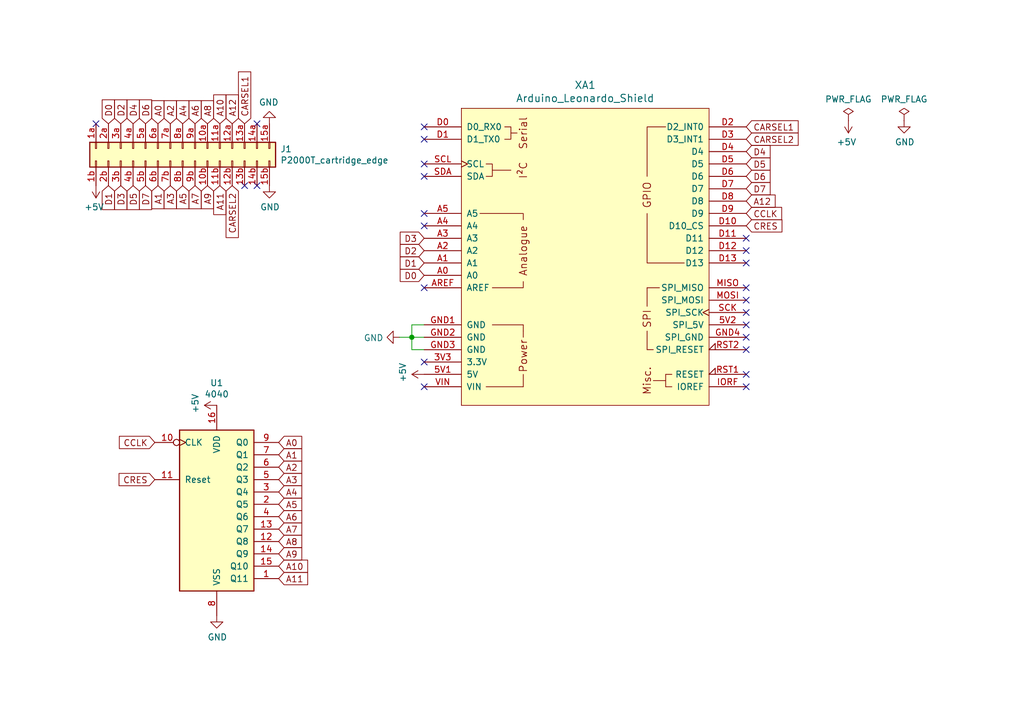
<source format=kicad_sch>
(kicad_sch (version 20211123) (generator eeschema)

  (uuid f81a1978-bbd1-4eb0-8264-48ec22d7a0b9)

  (paper "A5")

  (title_block
    (date "2023-02-20")
  )

  (lib_symbols
    (symbol "4xxx:4040" (pin_names (offset 1.016)) (in_bom yes) (on_board yes)
      (property "Reference" "U" (id 0) (at -7.62 16.51 0)
        (effects (font (size 1.27 1.27)))
      )
      (property "Value" "4040" (id 1) (at -7.62 -19.05 0)
        (effects (font (size 1.27 1.27)))
      )
      (property "Footprint" "" (id 2) (at 0 0 0)
        (effects (font (size 1.27 1.27)) hide)
      )
      (property "Datasheet" "http://www.intersil.com/content/dam/Intersil/documents/cd40/cd4020bms-24bms-40bms.pdf" (id 3) (at 0 0 0)
        (effects (font (size 1.27 1.27)) hide)
      )
      (property "ki_locked" "" (id 4) (at 0 0 0)
        (effects (font (size 1.27 1.27)))
      )
      (property "ki_keywords" "CMOS CNT CNT12" (id 5) (at 0 0 0)
        (effects (font (size 1.27 1.27)) hide)
      )
      (property "ki_description" "Binary Counter 12 stages (Asynchronous)" (id 6) (at 0 0 0)
        (effects (font (size 1.27 1.27)) hide)
      )
      (property "ki_fp_filters" "DIP?16*" (id 7) (at 0 0 0)
        (effects (font (size 1.27 1.27)) hide)
      )
      (symbol "4040_1_0"
        (pin output line (at 12.7 -15.24 180) (length 5.08)
          (name "Q11" (effects (font (size 1.27 1.27))))
          (number "1" (effects (font (size 1.27 1.27))))
        )
        (pin input inverted_clock (at -12.7 12.7 0) (length 5.08)
          (name "CLK" (effects (font (size 1.27 1.27))))
          (number "10" (effects (font (size 1.27 1.27))))
        )
        (pin input line (at -12.7 5.08 0) (length 5.08)
          (name "Reset" (effects (font (size 1.27 1.27))))
          (number "11" (effects (font (size 1.27 1.27))))
        )
        (pin output line (at 12.7 -7.62 180) (length 5.08)
          (name "Q8" (effects (font (size 1.27 1.27))))
          (number "12" (effects (font (size 1.27 1.27))))
        )
        (pin output line (at 12.7 -5.08 180) (length 5.08)
          (name "Q7" (effects (font (size 1.27 1.27))))
          (number "13" (effects (font (size 1.27 1.27))))
        )
        (pin output line (at 12.7 -10.16 180) (length 5.08)
          (name "Q9" (effects (font (size 1.27 1.27))))
          (number "14" (effects (font (size 1.27 1.27))))
        )
        (pin output line (at 12.7 -12.7 180) (length 5.08)
          (name "Q10" (effects (font (size 1.27 1.27))))
          (number "15" (effects (font (size 1.27 1.27))))
        )
        (pin power_in line (at 0 20.32 270) (length 5.08)
          (name "VDD" (effects (font (size 1.27 1.27))))
          (number "16" (effects (font (size 1.27 1.27))))
        )
        (pin output line (at 12.7 0 180) (length 5.08)
          (name "Q5" (effects (font (size 1.27 1.27))))
          (number "2" (effects (font (size 1.27 1.27))))
        )
        (pin output line (at 12.7 2.54 180) (length 5.08)
          (name "Q4" (effects (font (size 1.27 1.27))))
          (number "3" (effects (font (size 1.27 1.27))))
        )
        (pin output line (at 12.7 -2.54 180) (length 5.08)
          (name "Q6" (effects (font (size 1.27 1.27))))
          (number "4" (effects (font (size 1.27 1.27))))
        )
        (pin output line (at 12.7 5.08 180) (length 5.08)
          (name "Q3" (effects (font (size 1.27 1.27))))
          (number "5" (effects (font (size 1.27 1.27))))
        )
        (pin output line (at 12.7 7.62 180) (length 5.08)
          (name "Q2" (effects (font (size 1.27 1.27))))
          (number "6" (effects (font (size 1.27 1.27))))
        )
        (pin output line (at 12.7 10.16 180) (length 5.08)
          (name "Q1" (effects (font (size 1.27 1.27))))
          (number "7" (effects (font (size 1.27 1.27))))
        )
        (pin power_in line (at 0 -22.86 90) (length 5.08)
          (name "VSS" (effects (font (size 1.27 1.27))))
          (number "8" (effects (font (size 1.27 1.27))))
        )
        (pin output line (at 12.7 12.7 180) (length 5.08)
          (name "Q0" (effects (font (size 1.27 1.27))))
          (number "9" (effects (font (size 1.27 1.27))))
        )
      )
      (symbol "4040_1_1"
        (rectangle (start -7.62 15.24) (end 7.62 -17.78)
          (stroke (width 0.254) (type default) (color 0 0 0 0))
          (fill (type background))
        )
      )
    )
    (symbol "Connector_Generic:Conn_02x15_Row_Letter_Last" (pin_names (offset 1.016) hide) (in_bom yes) (on_board yes)
      (property "Reference" "J" (id 0) (at 1.27 20.32 0)
        (effects (font (size 1.27 1.27)))
      )
      (property "Value" "Conn_02x15_Row_Letter_Last" (id 1) (at 1.27 -20.32 0)
        (effects (font (size 1.27 1.27)))
      )
      (property "Footprint" "" (id 2) (at 0 0 0)
        (effects (font (size 1.27 1.27)) hide)
      )
      (property "Datasheet" "~" (id 3) (at 0 0 0)
        (effects (font (size 1.27 1.27)) hide)
      )
      (property "ki_keywords" "connector" (id 4) (at 0 0 0)
        (effects (font (size 1.27 1.27)) hide)
      )
      (property "ki_description" "Generic connector, double row, 02x15, row letter last pin numbering scheme (pin number consists of a letter for the row and a number for the pin index in this row. 1a, ..., Na; 1b, ..., Nb)), script generated (kicad-library-utils/schlib/autogen/connector/)" (id 5) (at 0 0 0)
        (effects (font (size 1.27 1.27)) hide)
      )
      (property "ki_fp_filters" "Connector*:*_2x??_*" (id 6) (at 0 0 0)
        (effects (font (size 1.27 1.27)) hide)
      )
      (symbol "Conn_02x15_Row_Letter_Last_1_1"
        (rectangle (start -1.27 -17.653) (end 0 -17.907)
          (stroke (width 0.1524) (type default) (color 0 0 0 0))
          (fill (type none))
        )
        (rectangle (start -1.27 -15.113) (end 0 -15.367)
          (stroke (width 0.1524) (type default) (color 0 0 0 0))
          (fill (type none))
        )
        (rectangle (start -1.27 -12.573) (end 0 -12.827)
          (stroke (width 0.1524) (type default) (color 0 0 0 0))
          (fill (type none))
        )
        (rectangle (start -1.27 -10.033) (end 0 -10.287)
          (stroke (width 0.1524) (type default) (color 0 0 0 0))
          (fill (type none))
        )
        (rectangle (start -1.27 -7.493) (end 0 -7.747)
          (stroke (width 0.1524) (type default) (color 0 0 0 0))
          (fill (type none))
        )
        (rectangle (start -1.27 -4.953) (end 0 -5.207)
          (stroke (width 0.1524) (type default) (color 0 0 0 0))
          (fill (type none))
        )
        (rectangle (start -1.27 -2.413) (end 0 -2.667)
          (stroke (width 0.1524) (type default) (color 0 0 0 0))
          (fill (type none))
        )
        (rectangle (start -1.27 0.127) (end 0 -0.127)
          (stroke (width 0.1524) (type default) (color 0 0 0 0))
          (fill (type none))
        )
        (rectangle (start -1.27 2.667) (end 0 2.413)
          (stroke (width 0.1524) (type default) (color 0 0 0 0))
          (fill (type none))
        )
        (rectangle (start -1.27 5.207) (end 0 4.953)
          (stroke (width 0.1524) (type default) (color 0 0 0 0))
          (fill (type none))
        )
        (rectangle (start -1.27 7.747) (end 0 7.493)
          (stroke (width 0.1524) (type default) (color 0 0 0 0))
          (fill (type none))
        )
        (rectangle (start -1.27 10.287) (end 0 10.033)
          (stroke (width 0.1524) (type default) (color 0 0 0 0))
          (fill (type none))
        )
        (rectangle (start -1.27 12.827) (end 0 12.573)
          (stroke (width 0.1524) (type default) (color 0 0 0 0))
          (fill (type none))
        )
        (rectangle (start -1.27 15.367) (end 0 15.113)
          (stroke (width 0.1524) (type default) (color 0 0 0 0))
          (fill (type none))
        )
        (rectangle (start -1.27 17.907) (end 0 17.653)
          (stroke (width 0.1524) (type default) (color 0 0 0 0))
          (fill (type none))
        )
        (rectangle (start -1.27 19.05) (end 3.81 -19.05)
          (stroke (width 0.254) (type default) (color 0 0 0 0))
          (fill (type background))
        )
        (rectangle (start 3.81 -17.653) (end 2.54 -17.907)
          (stroke (width 0.1524) (type default) (color 0 0 0 0))
          (fill (type none))
        )
        (rectangle (start 3.81 -15.113) (end 2.54 -15.367)
          (stroke (width 0.1524) (type default) (color 0 0 0 0))
          (fill (type none))
        )
        (rectangle (start 3.81 -12.573) (end 2.54 -12.827)
          (stroke (width 0.1524) (type default) (color 0 0 0 0))
          (fill (type none))
        )
        (rectangle (start 3.81 -10.033) (end 2.54 -10.287)
          (stroke (width 0.1524) (type default) (color 0 0 0 0))
          (fill (type none))
        )
        (rectangle (start 3.81 -7.493) (end 2.54 -7.747)
          (stroke (width 0.1524) (type default) (color 0 0 0 0))
          (fill (type none))
        )
        (rectangle (start 3.81 -4.953) (end 2.54 -5.207)
          (stroke (width 0.1524) (type default) (color 0 0 0 0))
          (fill (type none))
        )
        (rectangle (start 3.81 -2.413) (end 2.54 -2.667)
          (stroke (width 0.1524) (type default) (color 0 0 0 0))
          (fill (type none))
        )
        (rectangle (start 3.81 0.127) (end 2.54 -0.127)
          (stroke (width 0.1524) (type default) (color 0 0 0 0))
          (fill (type none))
        )
        (rectangle (start 3.81 2.667) (end 2.54 2.413)
          (stroke (width 0.1524) (type default) (color 0 0 0 0))
          (fill (type none))
        )
        (rectangle (start 3.81 5.207) (end 2.54 4.953)
          (stroke (width 0.1524) (type default) (color 0 0 0 0))
          (fill (type none))
        )
        (rectangle (start 3.81 7.747) (end 2.54 7.493)
          (stroke (width 0.1524) (type default) (color 0 0 0 0))
          (fill (type none))
        )
        (rectangle (start 3.81 10.287) (end 2.54 10.033)
          (stroke (width 0.1524) (type default) (color 0 0 0 0))
          (fill (type none))
        )
        (rectangle (start 3.81 12.827) (end 2.54 12.573)
          (stroke (width 0.1524) (type default) (color 0 0 0 0))
          (fill (type none))
        )
        (rectangle (start 3.81 15.367) (end 2.54 15.113)
          (stroke (width 0.1524) (type default) (color 0 0 0 0))
          (fill (type none))
        )
        (rectangle (start 3.81 17.907) (end 2.54 17.653)
          (stroke (width 0.1524) (type default) (color 0 0 0 0))
          (fill (type none))
        )
        (pin passive line (at -5.08 -5.08 0) (length 3.81)
          (name "Pin_10a" (effects (font (size 1.27 1.27))))
          (number "10a" (effects (font (size 1.27 1.27))))
        )
        (pin passive line (at 7.62 -5.08 180) (length 3.81)
          (name "Pin_10b" (effects (font (size 1.27 1.27))))
          (number "10b" (effects (font (size 1.27 1.27))))
        )
        (pin passive line (at -5.08 -7.62 0) (length 3.81)
          (name "Pin_11a" (effects (font (size 1.27 1.27))))
          (number "11a" (effects (font (size 1.27 1.27))))
        )
        (pin passive line (at 7.62 -7.62 180) (length 3.81)
          (name "Pin_11b" (effects (font (size 1.27 1.27))))
          (number "11b" (effects (font (size 1.27 1.27))))
        )
        (pin passive line (at -5.08 -10.16 0) (length 3.81)
          (name "Pin_12a" (effects (font (size 1.27 1.27))))
          (number "12a" (effects (font (size 1.27 1.27))))
        )
        (pin passive line (at 7.62 -10.16 180) (length 3.81)
          (name "Pin_12b" (effects (font (size 1.27 1.27))))
          (number "12b" (effects (font (size 1.27 1.27))))
        )
        (pin passive line (at -5.08 -12.7 0) (length 3.81)
          (name "Pin_13a" (effects (font (size 1.27 1.27))))
          (number "13a" (effects (font (size 1.27 1.27))))
        )
        (pin passive line (at 7.62 -12.7 180) (length 3.81)
          (name "Pin_13b" (effects (font (size 1.27 1.27))))
          (number "13b" (effects (font (size 1.27 1.27))))
        )
        (pin passive line (at -5.08 -15.24 0) (length 3.81)
          (name "Pin_14a" (effects (font (size 1.27 1.27))))
          (number "14a" (effects (font (size 1.27 1.27))))
        )
        (pin passive line (at 7.62 -15.24 180) (length 3.81)
          (name "Pin_14b" (effects (font (size 1.27 1.27))))
          (number "14b" (effects (font (size 1.27 1.27))))
        )
        (pin passive line (at -5.08 -17.78 0) (length 3.81)
          (name "Pin_15a" (effects (font (size 1.27 1.27))))
          (number "15a" (effects (font (size 1.27 1.27))))
        )
        (pin passive line (at 7.62 -17.78 180) (length 3.81)
          (name "Pin_15b" (effects (font (size 1.27 1.27))))
          (number "15b" (effects (font (size 1.27 1.27))))
        )
        (pin passive line (at -5.08 17.78 0) (length 3.81)
          (name "Pin_1a" (effects (font (size 1.27 1.27))))
          (number "1a" (effects (font (size 1.27 1.27))))
        )
        (pin passive line (at 7.62 17.78 180) (length 3.81)
          (name "Pin_1b" (effects (font (size 1.27 1.27))))
          (number "1b" (effects (font (size 1.27 1.27))))
        )
        (pin passive line (at -5.08 15.24 0) (length 3.81)
          (name "Pin_2a" (effects (font (size 1.27 1.27))))
          (number "2a" (effects (font (size 1.27 1.27))))
        )
        (pin passive line (at 7.62 15.24 180) (length 3.81)
          (name "Pin_2b" (effects (font (size 1.27 1.27))))
          (number "2b" (effects (font (size 1.27 1.27))))
        )
        (pin passive line (at -5.08 12.7 0) (length 3.81)
          (name "Pin_3a" (effects (font (size 1.27 1.27))))
          (number "3a" (effects (font (size 1.27 1.27))))
        )
        (pin passive line (at 7.62 12.7 180) (length 3.81)
          (name "Pin_3b" (effects (font (size 1.27 1.27))))
          (number "3b" (effects (font (size 1.27 1.27))))
        )
        (pin passive line (at -5.08 10.16 0) (length 3.81)
          (name "Pin_4a" (effects (font (size 1.27 1.27))))
          (number "4a" (effects (font (size 1.27 1.27))))
        )
        (pin passive line (at 7.62 10.16 180) (length 3.81)
          (name "Pin_4b" (effects (font (size 1.27 1.27))))
          (number "4b" (effects (font (size 1.27 1.27))))
        )
        (pin passive line (at -5.08 7.62 0) (length 3.81)
          (name "Pin_5a" (effects (font (size 1.27 1.27))))
          (number "5a" (effects (font (size 1.27 1.27))))
        )
        (pin passive line (at 7.62 7.62 180) (length 3.81)
          (name "Pin_5b" (effects (font (size 1.27 1.27))))
          (number "5b" (effects (font (size 1.27 1.27))))
        )
        (pin passive line (at -5.08 5.08 0) (length 3.81)
          (name "Pin_6a" (effects (font (size 1.27 1.27))))
          (number "6a" (effects (font (size 1.27 1.27))))
        )
        (pin passive line (at 7.62 5.08 180) (length 3.81)
          (name "Pin_6b" (effects (font (size 1.27 1.27))))
          (number "6b" (effects (font (size 1.27 1.27))))
        )
        (pin passive line (at -5.08 2.54 0) (length 3.81)
          (name "Pin_7a" (effects (font (size 1.27 1.27))))
          (number "7a" (effects (font (size 1.27 1.27))))
        )
        (pin passive line (at 7.62 2.54 180) (length 3.81)
          (name "Pin_7b" (effects (font (size 1.27 1.27))))
          (number "7b" (effects (font (size 1.27 1.27))))
        )
        (pin passive line (at -5.08 0 0) (length 3.81)
          (name "Pin_8a" (effects (font (size 1.27 1.27))))
          (number "8a" (effects (font (size 1.27 1.27))))
        )
        (pin passive line (at 7.62 0 180) (length 3.81)
          (name "Pin_8b" (effects (font (size 1.27 1.27))))
          (number "8b" (effects (font (size 1.27 1.27))))
        )
        (pin passive line (at -5.08 -2.54 0) (length 3.81)
          (name "Pin_9a" (effects (font (size 1.27 1.27))))
          (number "9a" (effects (font (size 1.27 1.27))))
        )
        (pin passive line (at 7.62 -2.54 180) (length 3.81)
          (name "Pin_9b" (effects (font (size 1.27 1.27))))
          (number "9b" (effects (font (size 1.27 1.27))))
        )
      )
    )
    (symbol "arduino:Arduino_Uno_Shield" (pin_names (offset 1.016)) (in_bom yes) (on_board yes)
      (property "Reference" "XA" (id 0) (at 2.54 0 90)
        (effects (font (size 1.524 1.524)))
      )
      (property "Value" "Arduino_Uno_Shield" (id 1) (at -2.54 0 90)
        (effects (font (size 1.524 1.524)))
      )
      (property "Footprint" "" (id 2) (at 45.72 95.25 0)
        (effects (font (size 1.524 1.524)) hide)
      )
      (property "Datasheet" "https://store.arduino.cc/arduino-uno-rev3" (id 3) (at 45.72 95.25 0)
        (effects (font (size 1.524 1.524)) hide)
      )
      (property "ki_keywords" "Arduino MPU Shield" (id 4) (at 0 0 0)
        (effects (font (size 1.27 1.27)) hide)
      )
      (property "ki_description" "Shield for Arduino Uno" (id 5) (at 0 0 0)
        (effects (font (size 1.27 1.27)) hide)
      )
      (property "ki_fp_filters" "Arduino_Uno_Shield" (id 6) (at 0 0 0)
        (effects (font (size 1.27 1.27)) hide)
      )
      (symbol "Arduino_Uno_Shield_0_0"
        (rectangle (start -25.4 30.48) (end 25.4 -30.48)
          (stroke (width 0) (type default) (color 0 0 0 0))
          (fill (type background))
        )
        (rectangle (start -20.32 -26.67) (end -12.7 -26.67)
          (stroke (width 0) (type default) (color 0 0 0 0))
          (fill (type none))
        )
        (rectangle (start -19.05 -13.97) (end -12.7 -13.97)
          (stroke (width 0) (type default) (color 0 0 0 0))
          (fill (type none))
        )
        (polyline
          (pts
            (xy -19.05 17.78)
            (xy -15.24 17.78)
          )
          (stroke (width 0) (type default) (color 0 0 0 0))
          (fill (type none))
        )
        (polyline
          (pts
            (xy -15.24 25.4)
            (xy -13.97 25.4)
          )
          (stroke (width 0) (type default) (color 0 0 0 0))
          (fill (type none))
        )
        (polyline
          (pts
            (xy -12.7 -26.67)
            (xy -12.7 -24.13)
          )
          (stroke (width 0) (type default) (color 0 0 0 0))
          (fill (type none))
        )
        (polyline
          (pts
            (xy -12.7 -15.24)
            (xy -12.7 -16.51)
          )
          (stroke (width 0) (type default) (color 0 0 0 0))
          (fill (type none))
        )
        (polyline
          (pts
            (xy -12.7 -13.97)
            (xy -12.7 -15.24)
          )
          (stroke (width 0) (type default) (color 0 0 0 0))
          (fill (type none))
        )
        (polyline
          (pts
            (xy -12.7 -5.08)
            (xy -12.7 -6.35)
            (xy -19.05 -6.35)
          )
          (stroke (width 0) (type default) (color 0 0 0 0))
          (fill (type none))
        )
        (polyline
          (pts
            (xy -12.7 7.62)
            (xy -12.7 8.89)
            (xy -21.59 8.89)
          )
          (stroke (width 0) (type default) (color 0 0 0 0))
          (fill (type none))
        )
        (polyline
          (pts
            (xy 12.7 8.89)
            (xy 12.7 -1.27)
            (xy 20.32 -1.27)
          )
          (stroke (width 0) (type default) (color 0 0 0 0))
          (fill (type none))
        )
        (polyline
          (pts
            (xy 12.7 16.51)
            (xy 12.7 26.67)
            (xy 16.51 26.67)
          )
          (stroke (width 0) (type default) (color 0 0 0 0))
          (fill (type none))
        )
        (polyline
          (pts
            (xy -20.32 19.05)
            (xy -19.05 19.05)
            (xy -19.05 16.51)
            (xy -20.32 16.51)
          )
          (stroke (width 0) (type default) (color 0 0 0 0))
          (fill (type none))
        )
        (polyline
          (pts
            (xy -16.51 26.67)
            (xy -15.24 26.67)
            (xy -15.24 24.13)
            (xy -16.51 24.13)
          )
          (stroke (width 0) (type default) (color 0 0 0 0))
          (fill (type none))
        )
        (rectangle (start 12.7 -19.05) (end 12.7 -15.24)
          (stroke (width 0) (type default) (color 0 0 0 0))
          (fill (type none))
        )
        (rectangle (start 12.7 -10.16) (end 12.7 -6.35)
          (stroke (width 0) (type default) (color 0 0 0 0))
          (fill (type none))
        )
        (rectangle (start 13.97 -19.05) (end 12.7 -19.05)
          (stroke (width 0) (type default) (color 0 0 0 0))
          (fill (type none))
        )
        (rectangle (start 15.24 -6.35) (end 12.7 -6.35)
          (stroke (width 0) (type default) (color 0 0 0 0))
          (fill (type none))
        )
        (rectangle (start 16.51 -25.4) (end 13.97 -25.4)
          (stroke (width 0) (type default) (color 0 0 0 0))
          (fill (type none))
        )
        (rectangle (start 16.51 -24.13) (end 16.51 -26.67)
          (stroke (width 0) (type default) (color 0 0 0 0))
          (fill (type none))
        )
        (rectangle (start 17.78 -26.67) (end 16.51 -26.67)
          (stroke (width 0) (type default) (color 0 0 0 0))
          (fill (type none))
        )
        (rectangle (start 17.78 -24.13) (end 16.51 -24.13)
          (stroke (width 0) (type default) (color 0 0 0 0))
          (fill (type none))
        )
        (text "Analogue" (at -12.7 1.27 900)
          (effects (font (size 1.524 1.524)))
        )
        (text "I²C" (at -12.7 17.78 900)
          (effects (font (size 1.524 1.524)))
        )
        (text "Misc." (at 12.7 -25.4 900)
          (effects (font (size 1.524 1.524)))
        )
        (text "Power" (at -12.7 -20.32 900)
          (effects (font (size 1.524 1.524)))
        )
        (text "Serial" (at -12.7 25.4 900)
          (effects (font (size 1.524 1.524)))
        )
        (text "SPI" (at 12.7 -12.7 900)
          (effects (font (size 1.524 1.524)))
        )
      )
      (symbol "Arduino_Uno_Shield_1_0"
        (text "GPIO" (at 12.7 12.7 900)
          (effects (font (size 1.524 1.524)))
        )
      )
      (symbol "Arduino_Uno_Shield_1_1"
        (pin power_in line (at -33.02 -21.59 0) (length 7.62)
          (name "3.3V" (effects (font (size 1.27 1.27))))
          (number "3V3" (effects (font (size 1.27 1.27))))
        )
        (pin power_in line (at -33.02 -24.13 0) (length 7.62)
          (name "5V" (effects (font (size 1.27 1.27))))
          (number "5V1" (effects (font (size 1.27 1.27))))
        )
        (pin power_in line (at 33.02 -13.97 180) (length 7.62)
          (name "SPI_5V" (effects (font (size 1.27 1.27))))
          (number "5V2" (effects (font (size 1.27 1.27))))
        )
        (pin bidirectional line (at -33.02 -3.81 0) (length 7.62)
          (name "A0" (effects (font (size 1.27 1.27))))
          (number "A0" (effects (font (size 1.27 1.27))))
        )
        (pin bidirectional line (at -33.02 -1.27 0) (length 7.62)
          (name "A1" (effects (font (size 1.27 1.27))))
          (number "A1" (effects (font (size 1.27 1.27))))
        )
        (pin bidirectional line (at -33.02 1.27 0) (length 7.62)
          (name "A2" (effects (font (size 1.27 1.27))))
          (number "A2" (effects (font (size 1.27 1.27))))
        )
        (pin bidirectional line (at -33.02 3.81 0) (length 7.62)
          (name "A3" (effects (font (size 1.27 1.27))))
          (number "A3" (effects (font (size 1.27 1.27))))
        )
        (pin bidirectional line (at -33.02 6.35 0) (length 7.62)
          (name "A4" (effects (font (size 1.27 1.27))))
          (number "A4" (effects (font (size 1.27 1.27))))
        )
        (pin bidirectional line (at -33.02 8.89 0) (length 7.62)
          (name "A5" (effects (font (size 1.27 1.27))))
          (number "A5" (effects (font (size 1.27 1.27))))
        )
        (pin input line (at -33.02 -6.35 0) (length 7.62)
          (name "AREF" (effects (font (size 1.27 1.27))))
          (number "AREF" (effects (font (size 1.27 1.27))))
        )
        (pin bidirectional line (at -33.02 26.67 0) (length 7.62)
          (name "D0_RX0" (effects (font (size 1.27 1.27))))
          (number "D0" (effects (font (size 1.27 1.27))))
        )
        (pin bidirectional line (at -33.02 24.13 0) (length 7.62)
          (name "D1_TX0" (effects (font (size 1.27 1.27))))
          (number "D1" (effects (font (size 1.27 1.27))))
        )
        (pin bidirectional line (at 33.02 6.35 180) (length 7.62)
          (name "D10_CS" (effects (font (size 1.27 1.27))))
          (number "D10" (effects (font (size 1.27 1.27))))
        )
        (pin bidirectional line (at 33.02 3.81 180) (length 7.62)
          (name "D11" (effects (font (size 1.27 1.27))))
          (number "D11" (effects (font (size 1.27 1.27))))
        )
        (pin bidirectional line (at 33.02 1.27 180) (length 7.62)
          (name "D12" (effects (font (size 1.27 1.27))))
          (number "D12" (effects (font (size 1.27 1.27))))
        )
        (pin bidirectional line (at 33.02 -1.27 180) (length 7.62)
          (name "D13" (effects (font (size 1.27 1.27))))
          (number "D13" (effects (font (size 1.27 1.27))))
        )
        (pin bidirectional line (at 33.02 26.67 180) (length 7.62)
          (name "D2_INT0" (effects (font (size 1.27 1.27))))
          (number "D2" (effects (font (size 1.27 1.27))))
        )
        (pin bidirectional line (at 33.02 24.13 180) (length 7.62)
          (name "D3_INT1" (effects (font (size 1.27 1.27))))
          (number "D3" (effects (font (size 1.27 1.27))))
        )
        (pin bidirectional line (at 33.02 21.59 180) (length 7.62)
          (name "D4" (effects (font (size 1.27 1.27))))
          (number "D4" (effects (font (size 1.27 1.27))))
        )
        (pin bidirectional line (at 33.02 19.05 180) (length 7.62)
          (name "D5" (effects (font (size 1.27 1.27))))
          (number "D5" (effects (font (size 1.27 1.27))))
        )
        (pin bidirectional line (at 33.02 16.51 180) (length 7.62)
          (name "D6" (effects (font (size 1.27 1.27))))
          (number "D6" (effects (font (size 1.27 1.27))))
        )
        (pin bidirectional line (at 33.02 13.97 180) (length 7.62)
          (name "D7" (effects (font (size 1.27 1.27))))
          (number "D7" (effects (font (size 1.27 1.27))))
        )
        (pin bidirectional line (at 33.02 11.43 180) (length 7.62)
          (name "D8" (effects (font (size 1.27 1.27))))
          (number "D8" (effects (font (size 1.27 1.27))))
        )
        (pin bidirectional line (at 33.02 8.89 180) (length 7.62)
          (name "D9" (effects (font (size 1.27 1.27))))
          (number "D9" (effects (font (size 1.27 1.27))))
        )
        (pin power_in line (at -33.02 -13.97 0) (length 7.62)
          (name "GND" (effects (font (size 1.27 1.27))))
          (number "GND1" (effects (font (size 1.27 1.27))))
        )
        (pin power_in line (at -33.02 -16.51 0) (length 7.62)
          (name "GND" (effects (font (size 1.27 1.27))))
          (number "GND2" (effects (font (size 1.27 1.27))))
        )
        (pin power_in line (at -33.02 -19.05 0) (length 7.62)
          (name "GND" (effects (font (size 1.27 1.27))))
          (number "GND3" (effects (font (size 1.27 1.27))))
        )
        (pin power_in line (at 33.02 -16.51 180) (length 7.62)
          (name "SPI_GND" (effects (font (size 1.27 1.27))))
          (number "GND4" (effects (font (size 1.27 1.27))))
        )
        (pin output line (at 33.02 -26.67 180) (length 7.62)
          (name "IOREF" (effects (font (size 1.27 1.27))))
          (number "IORF" (effects (font (size 1.27 1.27))))
        )
        (pin input line (at 33.02 -6.35 180) (length 7.62)
          (name "SPI_MISO" (effects (font (size 1.27 1.27))))
          (number "MISO" (effects (font (size 1.27 1.27))))
        )
        (pin output line (at 33.02 -8.89 180) (length 7.62)
          (name "SPI_MOSI" (effects (font (size 1.27 1.27))))
          (number "MOSI" (effects (font (size 1.27 1.27))))
        )
        (pin open_collector input_low (at 33.02 -24.13 180) (length 7.62)
          (name "RESET" (effects (font (size 1.27 1.27))))
          (number "RST1" (effects (font (size 1.27 1.27))))
        )
        (pin open_collector input_low (at 33.02 -19.05 180) (length 7.62)
          (name "SPI_RESET" (effects (font (size 1.27 1.27))))
          (number "RST2" (effects (font (size 1.27 1.27))))
        )
        (pin output clock (at 33.02 -11.43 180) (length 7.62)
          (name "SPI_SCK" (effects (font (size 1.27 1.27))))
          (number "SCK" (effects (font (size 1.27 1.27))))
        )
        (pin bidirectional clock (at -33.02 19.05 0) (length 7.62)
          (name "SCL" (effects (font (size 1.27 1.27))))
          (number "SCL" (effects (font (size 1.27 1.27))))
        )
        (pin bidirectional line (at -33.02 16.51 0) (length 7.62)
          (name "SDA" (effects (font (size 1.27 1.27))))
          (number "SDA" (effects (font (size 1.27 1.27))))
        )
        (pin power_in line (at -33.02 -26.67 0) (length 7.62)
          (name "VIN" (effects (font (size 1.27 1.27))))
          (number "VIN" (effects (font (size 1.27 1.27))))
        )
      )
    )
    (symbol "power:+5V" (power) (pin_names (offset 0)) (in_bom yes) (on_board yes)
      (property "Reference" "#PWR" (id 0) (at 0 -3.81 0)
        (effects (font (size 1.27 1.27)) hide)
      )
      (property "Value" "+5V" (id 1) (at 0 3.556 0)
        (effects (font (size 1.27 1.27)))
      )
      (property "Footprint" "" (id 2) (at 0 0 0)
        (effects (font (size 1.27 1.27)) hide)
      )
      (property "Datasheet" "" (id 3) (at 0 0 0)
        (effects (font (size 1.27 1.27)) hide)
      )
      (property "ki_keywords" "power-flag" (id 4) (at 0 0 0)
        (effects (font (size 1.27 1.27)) hide)
      )
      (property "ki_description" "Power symbol creates a global label with name \"+5V\"" (id 5) (at 0 0 0)
        (effects (font (size 1.27 1.27)) hide)
      )
      (symbol "+5V_0_1"
        (polyline
          (pts
            (xy -0.762 1.27)
            (xy 0 2.54)
          )
          (stroke (width 0) (type default) (color 0 0 0 0))
          (fill (type none))
        )
        (polyline
          (pts
            (xy 0 0)
            (xy 0 2.54)
          )
          (stroke (width 0) (type default) (color 0 0 0 0))
          (fill (type none))
        )
        (polyline
          (pts
            (xy 0 2.54)
            (xy 0.762 1.27)
          )
          (stroke (width 0) (type default) (color 0 0 0 0))
          (fill (type none))
        )
      )
      (symbol "+5V_1_1"
        (pin power_in line (at 0 0 90) (length 0) hide
          (name "+5V" (effects (font (size 1.27 1.27))))
          (number "1" (effects (font (size 1.27 1.27))))
        )
      )
    )
    (symbol "power:GND" (power) (pin_names (offset 0)) (in_bom yes) (on_board yes)
      (property "Reference" "#PWR" (id 0) (at 0 -6.35 0)
        (effects (font (size 1.27 1.27)) hide)
      )
      (property "Value" "GND" (id 1) (at 0 -3.81 0)
        (effects (font (size 1.27 1.27)))
      )
      (property "Footprint" "" (id 2) (at 0 0 0)
        (effects (font (size 1.27 1.27)) hide)
      )
      (property "Datasheet" "" (id 3) (at 0 0 0)
        (effects (font (size 1.27 1.27)) hide)
      )
      (property "ki_keywords" "power-flag" (id 4) (at 0 0 0)
        (effects (font (size 1.27 1.27)) hide)
      )
      (property "ki_description" "Power symbol creates a global label with name \"GND\" , ground" (id 5) (at 0 0 0)
        (effects (font (size 1.27 1.27)) hide)
      )
      (symbol "GND_0_1"
        (polyline
          (pts
            (xy 0 0)
            (xy 0 -1.27)
            (xy 1.27 -1.27)
            (xy 0 -2.54)
            (xy -1.27 -1.27)
            (xy 0 -1.27)
          )
          (stroke (width 0) (type default) (color 0 0 0 0))
          (fill (type none))
        )
      )
      (symbol "GND_1_1"
        (pin power_in line (at 0 0 270) (length 0) hide
          (name "GND" (effects (font (size 1.27 1.27))))
          (number "1" (effects (font (size 1.27 1.27))))
        )
      )
    )
    (symbol "power:PWR_FLAG" (power) (pin_numbers hide) (pin_names (offset 0) hide) (in_bom yes) (on_board yes)
      (property "Reference" "#FLG" (id 0) (at 0 1.905 0)
        (effects (font (size 1.27 1.27)) hide)
      )
      (property "Value" "PWR_FLAG" (id 1) (at 0 3.81 0)
        (effects (font (size 1.27 1.27)))
      )
      (property "Footprint" "" (id 2) (at 0 0 0)
        (effects (font (size 1.27 1.27)) hide)
      )
      (property "Datasheet" "~" (id 3) (at 0 0 0)
        (effects (font (size 1.27 1.27)) hide)
      )
      (property "ki_keywords" "power-flag" (id 4) (at 0 0 0)
        (effects (font (size 1.27 1.27)) hide)
      )
      (property "ki_description" "Special symbol for telling ERC where power comes from" (id 5) (at 0 0 0)
        (effects (font (size 1.27 1.27)) hide)
      )
      (symbol "PWR_FLAG_0_0"
        (pin power_out line (at 0 0 90) (length 0)
          (name "pwr" (effects (font (size 1.27 1.27))))
          (number "1" (effects (font (size 1.27 1.27))))
        )
      )
      (symbol "PWR_FLAG_0_1"
        (polyline
          (pts
            (xy 0 0)
            (xy 0 1.27)
            (xy -1.016 1.905)
            (xy 0 2.54)
            (xy 1.016 1.905)
            (xy 0 1.27)
          )
          (stroke (width 0) (type default) (color 0 0 0 0))
          (fill (type none))
        )
      )
    )
  )

  (junction (at 84.455 69.215) (diameter 0) (color 0 0 0 0)
    (uuid 2ce54441-4e4e-4fcb-911f-80a9469760f9)
  )

  (no_connect (at 50.165 38.1) (uuid 01449252-3e78-4ea6-a67c-a667d1ea476d))
  (no_connect (at 153.035 69.215) (uuid 0144dcad-8be3-402d-801f-7df4e40dfd5f))
  (no_connect (at 86.995 33.655) (uuid 019a1738-bd31-4dd7-b688-33f8444e8319))
  (no_connect (at 86.995 26.035) (uuid 16278da2-06f4-4133-84c8-5dd1147995c3))
  (no_connect (at 86.995 46.355) (uuid 1cf703c1-50fb-43d4-a1ef-b94b59e1f7fa))
  (no_connect (at 153.035 71.755) (uuid 200a8f92-f43a-44cd-a5ef-83a5f5dc0bd4))
  (no_connect (at 153.035 76.835) (uuid 20d4bd1b-3382-4b6a-bf05-a2b86f1f5db3))
  (no_connect (at 153.035 48.895) (uuid 2a2736ea-2378-4663-8d55-44c0e9c033e9))
  (no_connect (at 52.705 25.4) (uuid 3bf392e1-99bb-4a79-8860-aa3ef880afbc))
  (no_connect (at 153.035 66.675) (uuid 4d2d35ea-0d8c-424c-8845-d9ae5b1565c0))
  (no_connect (at 86.995 59.055) (uuid 50e11f52-c47c-4556-b8ce-2bdc8c72915c))
  (no_connect (at 86.995 79.375) (uuid 65007add-dba4-4b0a-a580-52aa32192ac8))
  (no_connect (at 153.035 59.055) (uuid 67fe5378-a5bd-4f32-a006-cc3797a5cc8e))
  (no_connect (at 153.035 79.375) (uuid 6b24acd1-2350-4a8f-9dff-c562758cba8b))
  (no_connect (at 153.035 61.595) (uuid 799f64ea-eceb-4c58-a1f9-9acbf95d4a73))
  (no_connect (at 153.035 53.975) (uuid 8976e8ef-7db5-4164-b5b5-faafe2c0d752))
  (no_connect (at 153.035 51.435) (uuid 9070f398-d3cb-4332-87d3-f9caceab3198))
  (no_connect (at 19.685 25.4) (uuid 94ceed07-e70c-4e21-81da-4e062c777b4f))
  (no_connect (at 52.705 38.1) (uuid a5ec2326-f631-4f39-b44d-28f355300186))
  (no_connect (at 86.995 74.295) (uuid c0173095-41c5-48de-b3f1-ec5db53c85a2))
  (no_connect (at 86.995 36.195) (uuid c2f0b7e0-8ccc-48fd-8b27-45fde411c505))
  (no_connect (at 86.995 28.575) (uuid c45db0c9-44e7-4932-9404-32c690e7f3b8))
  (no_connect (at 86.995 43.815) (uuid f93f303b-4521-4b6e-843f-603f159f4875))
  (no_connect (at 153.035 64.135) (uuid fb907286-5d62-441a-b2a7-7aa6c9e316a5))

  (wire (pts (xy 84.455 69.215) (xy 84.455 66.675))
    (stroke (width 0) (type default) (color 0 0 0 0))
    (uuid 04fed219-4530-47c5-9c02-f996c00a4482)
  )
  (wire (pts (xy 84.455 71.755) (xy 84.455 69.215))
    (stroke (width 0) (type default) (color 0 0 0 0))
    (uuid 15ed7a9b-2388-4dff-9540-9670c9a302d9)
  )
  (wire (pts (xy 81.915 69.215) (xy 84.455 69.215))
    (stroke (width 0) (type default) (color 0 0 0 0))
    (uuid 454edf24-45a6-4af5-b316-f8df571ce0b2)
  )
  (wire (pts (xy 84.455 66.675) (xy 86.995 66.675))
    (stroke (width 0) (type default) (color 0 0 0 0))
    (uuid a5920360-038d-4317-aba5-e8b7c0aa1c99)
  )
  (wire (pts (xy 86.995 71.755) (xy 84.455 71.755))
    (stroke (width 0) (type default) (color 0 0 0 0))
    (uuid af6e1cb4-2808-4b78-bb9c-785a2326ea8d)
  )
  (wire (pts (xy 86.995 69.215) (xy 84.455 69.215))
    (stroke (width 0) (type default) (color 0 0 0 0))
    (uuid cb15ed6f-3036-44cb-a1ef-830921afaccd)
  )

  (global_label "D3" (shape input) (at 24.765 38.1 270) (fields_autoplaced)
    (effects (font (size 1.27 1.27)) (justify right))
    (uuid 03fbe8b1-704d-4f4d-b047-451a9014f950)
    (property "Intersheet References" "${INTERSHEET_REFS}" (id 0) (at -38.735 -10.16 0)
      (effects (font (size 1.27 1.27)) hide)
    )
  )
  (global_label "A1" (shape input) (at 32.385 38.1 270) (fields_autoplaced)
    (effects (font (size 1.27 1.27)) (justify right))
    (uuid 0c474eb6-bbc8-4914-9715-e676f6fcf4b1)
    (property "Intersheet References" "${INTERSHEET_REFS}" (id 0) (at -38.735 -10.16 0)
      (effects (font (size 1.27 1.27)) hide)
    )
  )
  (global_label "D5" (shape input) (at 153.035 33.655 0) (fields_autoplaced)
    (effects (font (size 1.27 1.27)) (justify left))
    (uuid 0e242981-8173-435d-aa29-0db47d0acd0f)
    (property "Intersheet References" "${INTERSHEET_REFS}" (id 0) (at 42.545 -56.515 0)
      (effects (font (size 1.27 1.27)) hide)
    )
  )
  (global_label "A2" (shape input) (at 34.925 25.4 90) (fields_autoplaced)
    (effects (font (size 1.27 1.27)) (justify left))
    (uuid 0ea2738a-1067-462d-80d7-701a5d900122)
    (property "Intersheet References" "${INTERSHEET_REFS}" (id 0) (at -38.735 -10.16 0)
      (effects (font (size 1.27 1.27)) hide)
    )
  )
  (global_label "A3" (shape input) (at 57.15 98.425 0) (fields_autoplaced)
    (effects (font (size 1.27 1.27)) (justify left))
    (uuid 16ae62a7-4491-4836-b1d9-687b787f94f3)
    (property "Intersheet References" "${INTERSHEET_REFS}" (id 0) (at -115.57 -3.175 0)
      (effects (font (size 1.27 1.27)) hide)
    )
  )
  (global_label "D6" (shape input) (at 153.035 36.195 0) (fields_autoplaced)
    (effects (font (size 1.27 1.27)) (justify left))
    (uuid 16ce12cf-d5c8-4b1b-b7ae-38c3a9312fe3)
    (property "Intersheet References" "${INTERSHEET_REFS}" (id 0) (at 42.545 -56.515 0)
      (effects (font (size 1.27 1.27)) hide)
    )
  )
  (global_label "CCLK" (shape input) (at 31.75 90.805 180) (fields_autoplaced)
    (effects (font (size 1.27 1.27)) (justify right))
    (uuid 194cd9be-625c-48ce-a1b6-0ad132418ecc)
    (property "Intersheet References" "${INTERSHEET_REFS}" (id 0) (at -115.57 -3.175 0)
      (effects (font (size 1.27 1.27)) hide)
    )
  )
  (global_label "D5" (shape input) (at 27.305 38.1 270) (fields_autoplaced)
    (effects (font (size 1.27 1.27)) (justify right))
    (uuid 1d2541f2-f227-412c-af0d-28f3a1f7ca1b)
    (property "Intersheet References" "${INTERSHEET_REFS}" (id 0) (at -38.735 -10.16 0)
      (effects (font (size 1.27 1.27)) hide)
    )
  )
  (global_label "A7" (shape input) (at 40.005 38.1 270) (fields_autoplaced)
    (effects (font (size 1.27 1.27)) (justify right))
    (uuid 205c2f2e-2ce2-4287-a298-f0d9a4e46a28)
    (property "Intersheet References" "${INTERSHEET_REFS}" (id 0) (at -38.735 -10.16 0)
      (effects (font (size 1.27 1.27)) hide)
    )
  )
  (global_label "A12" (shape input) (at 153.035 41.275 0) (fields_autoplaced)
    (effects (font (size 1.27 1.27)) (justify left))
    (uuid 2077b0a5-72a6-4827-ba28-703f51324ca8)
    (property "Intersheet References" "${INTERSHEET_REFS}" (id 0) (at 42.545 -56.515 0)
      (effects (font (size 1.27 1.27)) hide)
    )
  )
  (global_label "D2" (shape input) (at 24.765 25.4 90) (fields_autoplaced)
    (effects (font (size 1.27 1.27)) (justify left))
    (uuid 208e344b-9331-4752-9dbe-24b6690b8d21)
    (property "Intersheet References" "${INTERSHEET_REFS}" (id 0) (at -38.735 -10.16 0)
      (effects (font (size 1.27 1.27)) hide)
    )
  )
  (global_label "A5" (shape input) (at 57.15 103.505 0) (fields_autoplaced)
    (effects (font (size 1.27 1.27)) (justify left))
    (uuid 24e24e3b-ed29-4a7e-8a99-122c8cff2c1d)
    (property "Intersheet References" "${INTERSHEET_REFS}" (id 0) (at -115.57 -3.175 0)
      (effects (font (size 1.27 1.27)) hide)
    )
  )
  (global_label "D1" (shape input) (at 22.225 38.1 270) (fields_autoplaced)
    (effects (font (size 1.27 1.27)) (justify right))
    (uuid 31153322-0eb7-4718-9624-e9bf55398a73)
    (property "Intersheet References" "${INTERSHEET_REFS}" (id 0) (at -38.735 -10.16 0)
      (effects (font (size 1.27 1.27)) hide)
    )
  )
  (global_label "A4" (shape input) (at 37.465 25.4 90) (fields_autoplaced)
    (effects (font (size 1.27 1.27)) (justify left))
    (uuid 3be3649c-5030-43ae-9805-8062fbac41c9)
    (property "Intersheet References" "${INTERSHEET_REFS}" (id 0) (at -38.735 -10.16 0)
      (effects (font (size 1.27 1.27)) hide)
    )
  )
  (global_label "D0" (shape input) (at 22.225 25.4 90) (fields_autoplaced)
    (effects (font (size 1.27 1.27)) (justify left))
    (uuid 42991a4a-3dd8-4b8f-9f58-3e76ae094239)
    (property "Intersheet References" "${INTERSHEET_REFS}" (id 0) (at -38.735 -10.16 0)
      (effects (font (size 1.27 1.27)) hide)
    )
  )
  (global_label "A1" (shape input) (at 57.15 93.345 0) (fields_autoplaced)
    (effects (font (size 1.27 1.27)) (justify left))
    (uuid 487e9a71-e0ad-45cb-8288-2d35f1f8221c)
    (property "Intersheet References" "${INTERSHEET_REFS}" (id 0) (at -115.57 -3.175 0)
      (effects (font (size 1.27 1.27)) hide)
    )
  )
  (global_label "D4" (shape input) (at 27.305 25.4 90) (fields_autoplaced)
    (effects (font (size 1.27 1.27)) (justify left))
    (uuid 4bbd99d3-1621-4628-88b3-5a4ad612994e)
    (property "Intersheet References" "${INTERSHEET_REFS}" (id 0) (at -38.735 -10.16 0)
      (effects (font (size 1.27 1.27)) hide)
    )
  )
  (global_label "A9" (shape input) (at 42.545 38.1 270) (fields_autoplaced)
    (effects (font (size 1.27 1.27)) (justify right))
    (uuid 4f61610f-9eb4-4395-91e0-2c5767839bee)
    (property "Intersheet References" "${INTERSHEET_REFS}" (id 0) (at -38.735 -10.16 0)
      (effects (font (size 1.27 1.27)) hide)
    )
  )
  (global_label "A10" (shape input) (at 45.085 25.4 90) (fields_autoplaced)
    (effects (font (size 1.27 1.27)) (justify left))
    (uuid 545b4efa-bf0b-4702-9e9b-2e96ad6b7d07)
    (property "Intersheet References" "${INTERSHEET_REFS}" (id 0) (at -38.735 -10.16 0)
      (effects (font (size 1.27 1.27)) hide)
    )
  )
  (global_label "D0" (shape input) (at 86.995 56.515 180) (fields_autoplaced)
    (effects (font (size 1.27 1.27)) (justify right))
    (uuid 5f387557-ba7e-4777-9f30-c07e06468bfa)
    (property "Intersheet References" "${INTERSHEET_REFS}" (id 0) (at 42.545 -56.515 0)
      (effects (font (size 1.27 1.27)) hide)
    )
  )
  (global_label "D7" (shape input) (at 153.035 38.735 0) (fields_autoplaced)
    (effects (font (size 1.27 1.27)) (justify left))
    (uuid 6f4ca656-c9d3-4d22-bbcd-ff8ca6d71898)
    (property "Intersheet References" "${INTERSHEET_REFS}" (id 0) (at 42.545 -56.515 0)
      (effects (font (size 1.27 1.27)) hide)
    )
  )
  (global_label "A8" (shape input) (at 42.545 25.4 90) (fields_autoplaced)
    (effects (font (size 1.27 1.27)) (justify left))
    (uuid 7079f7fb-0c33-464d-8659-722da0440a1d)
    (property "Intersheet References" "${INTERSHEET_REFS}" (id 0) (at -38.735 -10.16 0)
      (effects (font (size 1.27 1.27)) hide)
    )
  )
  (global_label "A3" (shape input) (at 34.925 38.1 270) (fields_autoplaced)
    (effects (font (size 1.27 1.27)) (justify right))
    (uuid 7292d340-fb01-46ee-b161-511182ece187)
    (property "Intersheet References" "${INTERSHEET_REFS}" (id 0) (at -38.735 -10.16 0)
      (effects (font (size 1.27 1.27)) hide)
    )
  )
  (global_label "CCLK" (shape input) (at 153.035 43.815 0) (fields_autoplaced)
    (effects (font (size 1.27 1.27)) (justify left))
    (uuid 798f0f33-813d-428b-9295-1e3ad0d56e83)
    (property "Intersheet References" "${INTERSHEET_REFS}" (id 0) (at 42.545 -56.515 0)
      (effects (font (size 1.27 1.27)) hide)
    )
  )
  (global_label "A11" (shape input) (at 57.15 118.745 0) (fields_autoplaced)
    (effects (font (size 1.27 1.27)) (justify left))
    (uuid 7adf90e2-6cba-4c54-98a2-1c91137d5807)
    (property "Intersheet References" "${INTERSHEET_REFS}" (id 0) (at -115.57 -3.175 0)
      (effects (font (size 1.27 1.27)) hide)
    )
  )
  (global_label "A4" (shape input) (at 57.15 100.965 0) (fields_autoplaced)
    (effects (font (size 1.27 1.27)) (justify left))
    (uuid 7cf6122b-8708-4644-aa9d-a968292612fe)
    (property "Intersheet References" "${INTERSHEET_REFS}" (id 0) (at -115.57 -3.175 0)
      (effects (font (size 1.27 1.27)) hide)
    )
  )
  (global_label "A9" (shape input) (at 57.15 113.665 0) (fields_autoplaced)
    (effects (font (size 1.27 1.27)) (justify left))
    (uuid 825ebb2d-158b-408c-bb97-916056f80953)
    (property "Intersheet References" "${INTERSHEET_REFS}" (id 0) (at -115.57 -3.175 0)
      (effects (font (size 1.27 1.27)) hide)
    )
  )
  (global_label "D6" (shape input) (at 29.845 25.4 90) (fields_autoplaced)
    (effects (font (size 1.27 1.27)) (justify left))
    (uuid 837cf818-1b8f-40cf-8482-20a3497cec16)
    (property "Intersheet References" "${INTERSHEET_REFS}" (id 0) (at -38.735 -10.16 0)
      (effects (font (size 1.27 1.27)) hide)
    )
  )
  (global_label "A0" (shape input) (at 57.15 90.805 0) (fields_autoplaced)
    (effects (font (size 1.27 1.27)) (justify left))
    (uuid 85eeffbe-1749-4782-84af-1e948ed327de)
    (property "Intersheet References" "${INTERSHEET_REFS}" (id 0) (at -115.57 -3.175 0)
      (effects (font (size 1.27 1.27)) hide)
    )
  )
  (global_label "CARSEL1" (shape input) (at 153.035 26.035 0) (fields_autoplaced)
    (effects (font (size 1.27 1.27)) (justify left))
    (uuid 90c16f9e-aa0c-477d-a560-124d5b31ccc3)
    (property "Intersheet References" "${INTERSHEET_REFS}" (id 0) (at 42.545 -56.515 0)
      (effects (font (size 1.27 1.27)) hide)
    )
  )
  (global_label "D3" (shape input) (at 86.995 48.895 180) (fields_autoplaced)
    (effects (font (size 1.27 1.27)) (justify right))
    (uuid 94ee1b6b-4a1f-4834-96e7-c9fbf0370228)
    (property "Intersheet References" "${INTERSHEET_REFS}" (id 0) (at 42.545 -56.515 0)
      (effects (font (size 1.27 1.27)) hide)
    )
  )
  (global_label "D7" (shape input) (at 29.845 38.1 270) (fields_autoplaced)
    (effects (font (size 1.27 1.27)) (justify right))
    (uuid 9fd26d4f-62c5-4546-b95d-438015a916da)
    (property "Intersheet References" "${INTERSHEET_REFS}" (id 0) (at -38.735 -10.16 0)
      (effects (font (size 1.27 1.27)) hide)
    )
  )
  (global_label "A6" (shape input) (at 57.15 106.045 0) (fields_autoplaced)
    (effects (font (size 1.27 1.27)) (justify left))
    (uuid aaa68bc9-df28-4a44-bfb0-373abbc23069)
    (property "Intersheet References" "${INTERSHEET_REFS}" (id 0) (at -115.57 -3.175 0)
      (effects (font (size 1.27 1.27)) hide)
    )
  )
  (global_label "CRES" (shape input) (at 31.75 98.425 180) (fields_autoplaced)
    (effects (font (size 1.27 1.27)) (justify right))
    (uuid b2cb08eb-4c24-4729-af28-077c95c1c6e1)
    (property "Intersheet References" "${INTERSHEET_REFS}" (id 0) (at -115.57 -3.175 0)
      (effects (font (size 1.27 1.27)) hide)
    )
  )
  (global_label "CARSEL2" (shape input) (at 47.625 38.1 270) (fields_autoplaced)
    (effects (font (size 1.27 1.27)) (justify right))
    (uuid bfa99a37-bc6b-4772-849a-ce90c327c3b8)
    (property "Intersheet References" "${INTERSHEET_REFS}" (id 0) (at 136.525 73.66 0)
      (effects (font (size 1.27 1.27)) hide)
    )
  )
  (global_label "CARSEL1" (shape input) (at 50.165 25.4 90) (fields_autoplaced)
    (effects (font (size 1.27 1.27)) (justify left))
    (uuid c09fd73d-6bd4-4f06-91a4-51eabb8b6371)
    (property "Intersheet References" "${INTERSHEET_REFS}" (id 0) (at 136.525 73.66 0)
      (effects (font (size 1.27 1.27)) hide)
    )
  )
  (global_label "D4" (shape input) (at 153.035 31.115 0) (fields_autoplaced)
    (effects (font (size 1.27 1.27)) (justify left))
    (uuid c76f8035-6584-413e-9a88-235d40b8e4ed)
    (property "Intersheet References" "${INTERSHEET_REFS}" (id 0) (at 42.545 -56.515 0)
      (effects (font (size 1.27 1.27)) hide)
    )
  )
  (global_label "D1" (shape input) (at 86.995 53.975 180) (fields_autoplaced)
    (effects (font (size 1.27 1.27)) (justify right))
    (uuid c7fa5149-3e5c-4064-9f18-2430119f0ff9)
    (property "Intersheet References" "${INTERSHEET_REFS}" (id 0) (at 42.545 -56.515 0)
      (effects (font (size 1.27 1.27)) hide)
    )
  )
  (global_label "A7" (shape input) (at 57.15 108.585 0) (fields_autoplaced)
    (effects (font (size 1.27 1.27)) (justify left))
    (uuid cdfa2dd0-129e-43be-891d-f357b37b1c71)
    (property "Intersheet References" "${INTERSHEET_REFS}" (id 0) (at -115.57 -3.175 0)
      (effects (font (size 1.27 1.27)) hide)
    )
  )
  (global_label "A8" (shape input) (at 57.15 111.125 0) (fields_autoplaced)
    (effects (font (size 1.27 1.27)) (justify left))
    (uuid d3519e6b-b011-4728-9216-7e60b4990711)
    (property "Intersheet References" "${INTERSHEET_REFS}" (id 0) (at -115.57 -3.175 0)
      (effects (font (size 1.27 1.27)) hide)
    )
  )
  (global_label "A11" (shape input) (at 45.085 38.1 270) (fields_autoplaced)
    (effects (font (size 1.27 1.27)) (justify right))
    (uuid d7d42f49-5049-47f0-9117-b8f27829b59b)
    (property "Intersheet References" "${INTERSHEET_REFS}" (id 0) (at -38.735 -10.16 0)
      (effects (font (size 1.27 1.27)) hide)
    )
  )
  (global_label "A6" (shape input) (at 40.005 25.4 90) (fields_autoplaced)
    (effects (font (size 1.27 1.27)) (justify left))
    (uuid e029a089-6eaf-4a22-9d44-67e25c23c793)
    (property "Intersheet References" "${INTERSHEET_REFS}" (id 0) (at -38.735 -10.16 0)
      (effects (font (size 1.27 1.27)) hide)
    )
  )
  (global_label "A10" (shape input) (at 57.15 116.205 0) (fields_autoplaced)
    (effects (font (size 1.27 1.27)) (justify left))
    (uuid e331c316-1810-4099-8785-97960f2d496a)
    (property "Intersheet References" "${INTERSHEET_REFS}" (id 0) (at -115.57 -3.175 0)
      (effects (font (size 1.27 1.27)) hide)
    )
  )
  (global_label "A2" (shape input) (at 57.15 95.885 0) (fields_autoplaced)
    (effects (font (size 1.27 1.27)) (justify left))
    (uuid e42cfe64-398d-4b66-8364-8e0f69f26f57)
    (property "Intersheet References" "${INTERSHEET_REFS}" (id 0) (at -115.57 -3.175 0)
      (effects (font (size 1.27 1.27)) hide)
    )
  )
  (global_label "A5" (shape input) (at 37.465 38.1 270) (fields_autoplaced)
    (effects (font (size 1.27 1.27)) (justify right))
    (uuid e51e16ca-66ff-42f1-9f1e-0182434ba68e)
    (property "Intersheet References" "${INTERSHEET_REFS}" (id 0) (at -38.735 -10.16 0)
      (effects (font (size 1.27 1.27)) hide)
    )
  )
  (global_label "CRES" (shape input) (at 153.035 46.355 0) (fields_autoplaced)
    (effects (font (size 1.27 1.27)) (justify left))
    (uuid e51e4712-53da-4a79-b97a-015aa8c3f82d)
    (property "Intersheet References" "${INTERSHEET_REFS}" (id 0) (at 42.545 -56.515 0)
      (effects (font (size 1.27 1.27)) hide)
    )
  )
  (global_label "A0" (shape input) (at 32.385 25.4 90) (fields_autoplaced)
    (effects (font (size 1.27 1.27)) (justify left))
    (uuid e6e7d932-99f4-49e0-8dc0-398694924560)
    (property "Intersheet References" "${INTERSHEET_REFS}" (id 0) (at -38.735 -10.16 0)
      (effects (font (size 1.27 1.27)) hide)
    )
  )
  (global_label "CARSEL2" (shape input) (at 153.035 28.575 0) (fields_autoplaced)
    (effects (font (size 1.27 1.27)) (justify left))
    (uuid f877dfed-b002-46db-888b-7fb4f0e6c432)
    (property "Intersheet References" "${INTERSHEET_REFS}" (id 0) (at 42.545 -56.515 0)
      (effects (font (size 1.27 1.27)) hide)
    )
  )
  (global_label "D2" (shape input) (at 86.995 51.435 180) (fields_autoplaced)
    (effects (font (size 1.27 1.27)) (justify right))
    (uuid fa32ddef-515f-4690-98a7-d73721d9df51)
    (property "Intersheet References" "${INTERSHEET_REFS}" (id 0) (at 42.545 -56.515 0)
      (effects (font (size 1.27 1.27)) hide)
    )
  )
  (global_label "A12" (shape input) (at 47.625 25.4 90) (fields_autoplaced)
    (effects (font (size 1.27 1.27)) (justify left))
    (uuid ff458cd2-7801-427f-bf6e-9f9715b7128f)
    (property "Intersheet References" "${INTERSHEET_REFS}" (id 0) (at -38.735 -10.16 0)
      (effects (font (size 1.27 1.27)) hide)
    )
  )

  (symbol (lib_id "Connector_Generic:Conn_02x15_Row_Letter_Last") (at 37.465 30.48 90) (mirror x) (unit 1)
    (in_bom yes) (on_board yes)
    (uuid 00000000-0000-0000-0000-000060f53d0e)
    (property "Reference" "" (id 0) (at 57.4802 30.5816 90)
      (effects (font (size 1.27 1.27)) (justify right))
    )
    (property "Value" "P2000T_cartridge_edge" (id 1) (at 57.4802 32.893 90)
      (effects (font (size 1.27 1.27)) (justify right))
    )
    (property "Footprint" "CartridgeReader:EdgeConnector2x15_no_screws" (id 2) (at 37.465 30.48 0)
      (effects (font (size 1.27 1.27)) hide)
    )
    (property "Datasheet" "~" (id 3) (at 37.465 30.48 0)
      (effects (font (size 1.27 1.27)) hide)
    )
    (pin "10a" (uuid 1e7871fe-f21c-4f78-ae58-74efedc50511))
    (pin "10b" (uuid 165995e0-4139-4eb6-a8f4-963a3a715072))
    (pin "11a" (uuid fcebcb9a-5e40-405f-8a37-2db227ae5cbe))
    (pin "11b" (uuid 8b38a4b7-b8e6-4664-b64a-3acc6c078089))
    (pin "12a" (uuid f5f3f4e2-73ac-4801-8c04-82d58c2046b7))
    (pin "12b" (uuid 632fb089-69f3-4017-bb73-9ea184c67a63))
    (pin "13a" (uuid dbd2aea7-2b00-4d5b-93ce-6e840cb21ff4))
    (pin "13b" (uuid bd1c8e20-0bd0-4a35-965b-1b3269529ff9))
    (pin "14a" (uuid 884c5b2b-7309-4ce1-850b-27814a4d35a2))
    (pin "14b" (uuid 2fbbfa39-6474-4d94-b896-301980641f54))
    (pin "15a" (uuid e5f5b189-ddba-4c9b-b89f-87439074fb70))
    (pin "15b" (uuid 1cb51818-bc8c-4ea1-8476-216859aecb04))
    (pin "1a" (uuid 9d6aaf97-9325-40e9-92f3-0fde51f9cbbd))
    (pin "1b" (uuid 5c1896fe-d7f6-4c5c-a5d6-4297262b635a))
    (pin "2a" (uuid 4828e3c7-b7df-46b7-95e6-4985da077a30))
    (pin "2b" (uuid e81f9e93-0040-4d80-b8ce-d2da4a5a9386))
    (pin "3a" (uuid b40760dc-e5e9-4654-a283-ab96e5c6bcbe))
    (pin "3b" (uuid 90cb0dfd-7ace-44de-ae2f-242a29cf6d7f))
    (pin "4a" (uuid e2d31e6a-3fc2-4628-a379-f030d0cc24b0))
    (pin "4b" (uuid 0cd96036-a266-4b05-bc6f-0a68a334f5ed))
    (pin "5a" (uuid fe5428de-a5d3-4ac3-b42f-0d82f30a17f2))
    (pin "5b" (uuid 8457fd6b-bce1-465e-bcfb-5345a72791dc))
    (pin "6a" (uuid 79ed587c-96d8-4d35-b891-e918b9942d90))
    (pin "6b" (uuid 652d1099-0651-4a7b-956d-655017163ce8))
    (pin "7a" (uuid 6e9aaba6-6617-4648-b821-289a2f081b42))
    (pin "7b" (uuid 6205fd92-7bd0-4b32-8d36-3bab9e9a91d9))
    (pin "8a" (uuid 42419e09-0f06-4d12-bc73-6f57cf81e165))
    (pin "8b" (uuid 4404985c-bf12-4498-b97d-1c6f87006c75))
    (pin "9a" (uuid 45fa9651-a071-4dc7-acff-db0167737f6d))
    (pin "9b" (uuid 8c44d6f9-46c3-4b4a-be8c-a9ecdbefd2dc))
  )

  (symbol (lib_id "power:+5V") (at 19.685 38.1 180) (unit 1)
    (in_bom yes) (on_board yes)
    (uuid 00000000-0000-0000-0000-000060f8ef95)
    (property "Reference" "#PWR01" (id 0) (at 19.685 34.29 0)
      (effects (font (size 1.27 1.27)) hide)
    )
    (property "Value" "+5V" (id 1) (at 19.304 42.4942 0))
    (property "Footprint" "" (id 2) (at 19.685 38.1 0)
      (effects (font (size 1.27 1.27)) hide)
    )
    (property "Datasheet" "" (id 3) (at 19.685 38.1 0)
      (effects (font (size 1.27 1.27)) hide)
    )
    (pin "1" (uuid e641811e-9ec7-40d9-bc29-e6d3dfcd85d5))
  )

  (symbol (lib_id "power:GND") (at 55.245 25.4 180) (unit 1)
    (in_bom yes) (on_board yes)
    (uuid 00000000-0000-0000-0000-000060f8fbe5)
    (property "Reference" "#PWR09" (id 0) (at 55.245 19.05 0)
      (effects (font (size 1.27 1.27)) hide)
    )
    (property "Value" "GND" (id 1) (at 55.118 21.0058 0))
    (property "Footprint" "" (id 2) (at 55.245 25.4 0)
      (effects (font (size 1.27 1.27)) hide)
    )
    (property "Datasheet" "" (id 3) (at 55.245 25.4 0)
      (effects (font (size 1.27 1.27)) hide)
    )
    (pin "1" (uuid f0d6088c-8413-4593-845c-e805fb932dea))
  )

  (symbol (lib_id "power:GND") (at 55.245 38.1 0) (unit 1)
    (in_bom yes) (on_board yes)
    (uuid 00000000-0000-0000-0000-000060f90929)
    (property "Reference" "#PWR010" (id 0) (at 55.245 44.45 0)
      (effects (font (size 1.27 1.27)) hide)
    )
    (property "Value" "GND" (id 1) (at 55.372 42.4942 0))
    (property "Footprint" "" (id 2) (at 55.245 38.1 0)
      (effects (font (size 1.27 1.27)) hide)
    )
    (property "Datasheet" "" (id 3) (at 55.245 38.1 0)
      (effects (font (size 1.27 1.27)) hide)
    )
    (pin "1" (uuid baf917b6-73e2-4606-ba5b-7332612c9f00))
  )

  (symbol (lib_id "arduino:Arduino_Uno_Shield") (at 120.015 52.705 0) (unit 1)
    (in_bom yes) (on_board yes)
    (uuid 00000000-0000-0000-0000-0000610a0d27)
    (property "Reference" "" (id 0) (at 120.015 17.4752 0)
      (effects (font (size 1.524 1.524)))
    )
    (property "Value" "Arduino_Leonardo_Shield" (id 1) (at 120.015 20.1676 0)
      (effects (font (size 1.524 1.524)))
    )
    (property "Footprint" "Arduino:Arduino_Uno_Shield" (id 2) (at 165.735 -42.545 0)
      (effects (font (size 1.524 1.524)) hide)
    )
    (property "Datasheet" "https://store.arduino.cc/arduino-uno-rev3" (id 3) (at 165.735 -42.545 0)
      (effects (font (size 1.524 1.524)) hide)
    )
    (pin "3V3" (uuid 9d8cb5cd-0718-4228-bf3a-d1c55fb16fc8))
    (pin "5V1" (uuid 7050f69c-5dd2-4024-ae57-c8cd48302c22))
    (pin "5V2" (uuid 23fbafa9-1156-438e-a794-d11ed5318e55))
    (pin "A0" (uuid ffcb6bcb-411a-4c56-bdc9-9891452fd34b))
    (pin "A1" (uuid c90eb36b-405f-4033-a8bd-402194cb9961))
    (pin "A2" (uuid 361b6532-443c-47cc-92f3-20ef92866d30))
    (pin "A3" (uuid d84cfd7d-5a2c-4d61-b98d-5580a828c62a))
    (pin "A4" (uuid 927ede0d-29a0-46af-90ce-79d32b9d10a1))
    (pin "A5" (uuid c0bc5094-76d5-4d66-b24a-0c3c40cb89b9))
    (pin "AREF" (uuid 35c2c02e-8a75-4631-85de-00b3bed4cb7e))
    (pin "D0" (uuid 967a7822-21aa-41c4-a434-12f19517f516))
    (pin "D1" (uuid 9f15404d-8b0e-459b-a56f-35eeac29ed00))
    (pin "D10" (uuid c609391f-e793-43fc-a3da-ffbb861bc206))
    (pin "D11" (uuid 6ebeab97-9583-4623-a609-f63abb15c0f0))
    (pin "D12" (uuid afb68903-8282-44e9-b417-5b7fdd7f4e39))
    (pin "D13" (uuid b582c6c6-9933-49ee-adc4-6c72352993bc))
    (pin "D2" (uuid 70ef66ec-6d27-4e5e-a15e-ab54a634ecf8))
    (pin "D3" (uuid 735d83e4-2793-4d13-abc2-16c1ef2290bd))
    (pin "D4" (uuid 4dc46dc0-478b-4cfb-b0ff-ec846c24c4e0))
    (pin "D5" (uuid 627eda99-4226-474c-8847-8329c8c180a3))
    (pin "D6" (uuid 4e01e6fa-503f-45b0-b6d5-c1e07676ed18))
    (pin "D7" (uuid 20fbdc98-ce8e-4938-a440-44e72f6bdedf))
    (pin "D8" (uuid 85f4107b-2cb8-478c-9f32-58b0997852b2))
    (pin "D9" (uuid 1a162d30-319c-4cf3-a344-0de34273770b))
    (pin "GND1" (uuid 35e8c0fb-70d4-4105-87e9-c3965639ae6b))
    (pin "GND2" (uuid d6d084a0-12c0-4a5b-b729-5686f5ee8aea))
    (pin "GND3" (uuid 3e265160-2a36-4c60-aaef-908bccda5df9))
    (pin "GND4" (uuid 37e58534-9004-4cc4-bc28-55f045ccacb9))
    (pin "IORF" (uuid 0d47e7cf-da97-48eb-a874-a000120a449d))
    (pin "MISO" (uuid f2a4d7d0-63e8-4cc2-95c4-7700ae04fdfe))
    (pin "MOSI" (uuid f807106e-cde9-4484-80c6-a84c46285db8))
    (pin "RST1" (uuid cbff60e8-bc60-4018-8fa4-e4372b8daec9))
    (pin "RST2" (uuid 13315dde-7741-4d35-8a8e-c0dccbc13306))
    (pin "SCK" (uuid 58b75676-e62a-4a3a-a30f-2ddba355462f))
    (pin "SCL" (uuid 833b4ef8-2f40-464c-9b22-ba0953f3cb9e))
    (pin "SDA" (uuid ee2a31fe-96ae-4b41-977f-2647da6ef494))
    (pin "VIN" (uuid a63eeab5-be0b-44d1-a466-b7ace6b3c5c1))
  )

  (symbol (lib_id "4xxx:4040") (at 44.45 103.505 0) (unit 1)
    (in_bom yes) (on_board yes)
    (uuid 00000000-0000-0000-0000-0000610ad144)
    (property "Reference" "" (id 0) (at 44.45 78.5876 0))
    (property "Value" "4040" (id 1) (at 44.45 80.899 0))
    (property "Footprint" "Package_DIP:DIP-16_W7.62mm_Socket" (id 2) (at 44.45 103.505 0)
      (effects (font (size 1.27 1.27)) hide)
    )
    (property "Datasheet" "http://www.intersil.com/content/dam/Intersil/documents/cd40/cd4020bms-24bms-40bms.pdf" (id 3) (at 44.45 103.505 0)
      (effects (font (size 1.27 1.27)) hide)
    )
    (pin "1" (uuid ed27db20-75e8-4c66-84da-f66e6185cf52))
    (pin "10" (uuid c5e52cec-f522-4443-8473-ef278579ce09))
    (pin "11" (uuid 9e5533db-3a3f-47c3-a458-de042f686165))
    (pin "12" (uuid 1a9eff0b-56b7-40ae-9180-90cd19348724))
    (pin "13" (uuid 4e24ac32-5c9c-418c-8934-a5913848b9b1))
    (pin "14" (uuid 290ac275-860a-43a7-8833-c6156771e6fc))
    (pin "15" (uuid 38b69bcf-f322-4924-b208-999ed29dbd55))
    (pin "16" (uuid 11f05da4-1064-4dac-8858-33bb69d8abf4))
    (pin "2" (uuid dcee037b-f837-454e-b72c-b88e2cf19d3a))
    (pin "3" (uuid 8cadf0cd-c291-4b69-aea3-d2058d8dd566))
    (pin "4" (uuid 81a17d62-31dd-48f7-93ef-8cbd8b5b64c5))
    (pin "5" (uuid 5f7e2f11-a46d-44f1-9ccd-6b865d89d2fe))
    (pin "6" (uuid c37e3941-4b5e-4258-aadc-724fce3c096f))
    (pin "7" (uuid 2604dbd9-f18b-4b24-963b-1ef209a19646))
    (pin "8" (uuid 189bd94d-c75e-4931-8d47-cbd9628246a9))
    (pin "9" (uuid e918f75e-81fd-4970-afaf-e017506ed928))
  )

  (symbol (lib_id "power:GND") (at 44.45 126.365 0) (unit 1)
    (in_bom yes) (on_board yes)
    (uuid 00000000-0000-0000-0000-0000610b14ea)
    (property "Reference" "#PWR0101" (id 0) (at 44.45 132.715 0)
      (effects (font (size 1.27 1.27)) hide)
    )
    (property "Value" "GND" (id 1) (at 44.577 130.7592 0))
    (property "Footprint" "" (id 2) (at 44.45 126.365 0)
      (effects (font (size 1.27 1.27)) hide)
    )
    (property "Datasheet" "" (id 3) (at 44.45 126.365 0)
      (effects (font (size 1.27 1.27)) hide)
    )
    (pin "1" (uuid b45e777f-3671-49a8-860e-8b194ba4c263))
  )

  (symbol (lib_id "power:+5V") (at 44.45 83.185 90) (unit 1)
    (in_bom yes) (on_board yes)
    (uuid 00000000-0000-0000-0000-0000610b2135)
    (property "Reference" "#PWR0102" (id 0) (at 48.26 83.185 0)
      (effects (font (size 1.27 1.27)) hide)
    )
    (property "Value" "+5V" (id 1) (at 40.0558 82.804 0))
    (property "Footprint" "" (id 2) (at 44.45 83.185 0)
      (effects (font (size 1.27 1.27)) hide)
    )
    (property "Datasheet" "" (id 3) (at 44.45 83.185 0)
      (effects (font (size 1.27 1.27)) hide)
    )
    (pin "1" (uuid e999eb9c-07cc-4242-ad57-a53b2b8461fe))
  )

  (symbol (lib_id "power:+5V") (at 86.995 76.835 90) (unit 1)
    (in_bom yes) (on_board yes)
    (uuid 00000000-0000-0000-0000-0000610b3655)
    (property "Reference" "#PWR0103" (id 0) (at 90.805 76.835 0)
      (effects (font (size 1.27 1.27)) hide)
    )
    (property "Value" "+5V" (id 1) (at 82.6008 76.454 0))
    (property "Footprint" "" (id 2) (at 86.995 76.835 0)
      (effects (font (size 1.27 1.27)) hide)
    )
    (property "Datasheet" "" (id 3) (at 86.995 76.835 0)
      (effects (font (size 1.27 1.27)) hide)
    )
    (pin "1" (uuid 09185423-881b-41cc-831d-6c84537aad3b))
  )

  (symbol (lib_id "power:GND") (at 81.915 69.215 270) (unit 1)
    (in_bom yes) (on_board yes)
    (uuid 00000000-0000-0000-0000-0000610b5f7f)
    (property "Reference" "#PWR0104" (id 0) (at 75.565 69.215 0)
      (effects (font (size 1.27 1.27)) hide)
    )
    (property "Value" "GND" (id 1) (at 78.6638 69.342 90)
      (effects (font (size 1.27 1.27)) (justify right))
    )
    (property "Footprint" "" (id 2) (at 81.915 69.215 0)
      (effects (font (size 1.27 1.27)) hide)
    )
    (property "Datasheet" "" (id 3) (at 81.915 69.215 0)
      (effects (font (size 1.27 1.27)) hide)
    )
    (pin "1" (uuid 92e7fc69-c682-426e-99ed-0753fac86670))
  )

  (symbol (lib_id "power:PWR_FLAG") (at 173.99 24.765 0) (unit 1)
    (in_bom yes) (on_board yes)
    (uuid 00000000-0000-0000-0000-0000610bba7a)
    (property "Reference" "" (id 0) (at 173.99 22.86 0)
      (effects (font (size 1.27 1.27)) hide)
    )
    (property "Value" "PWR_FLAG" (id 1) (at 173.99 20.3708 0))
    (property "Footprint" "" (id 2) (at 173.99 24.765 0)
      (effects (font (size 1.27 1.27)) hide)
    )
    (property "Datasheet" "~" (id 3) (at 173.99 24.765 0)
      (effects (font (size 1.27 1.27)) hide)
    )
    (pin "1" (uuid 50f994a2-b393-4e1c-ac2f-12785b662827))
  )

  (symbol (lib_id "power:PWR_FLAG") (at 185.42 24.765 0) (unit 1)
    (in_bom yes) (on_board yes)
    (uuid 00000000-0000-0000-0000-0000610bc190)
    (property "Reference" "" (id 0) (at 185.42 22.86 0)
      (effects (font (size 1.27 1.27)) hide)
    )
    (property "Value" "PWR_FLAG" (id 1) (at 185.42 20.3708 0))
    (property "Footprint" "" (id 2) (at 185.42 24.765 0)
      (effects (font (size 1.27 1.27)) hide)
    )
    (property "Datasheet" "~" (id 3) (at 185.42 24.765 0)
      (effects (font (size 1.27 1.27)) hide)
    )
    (pin "1" (uuid ae238d21-947b-455d-a7d7-13bafcbb4f19))
  )

  (symbol (lib_id "power:+5V") (at 173.99 24.765 180) (unit 1)
    (in_bom yes) (on_board yes)
    (uuid 00000000-0000-0000-0000-0000610bc447)
    (property "Reference" "#PWR0105" (id 0) (at 173.99 20.955 0)
      (effects (font (size 1.27 1.27)) hide)
    )
    (property "Value" "+5V" (id 1) (at 173.609 29.1592 0))
    (property "Footprint" "" (id 2) (at 173.99 24.765 0)
      (effects (font (size 1.27 1.27)) hide)
    )
    (property "Datasheet" "" (id 3) (at 173.99 24.765 0)
      (effects (font (size 1.27 1.27)) hide)
    )
    (pin "1" (uuid 87770089-63e2-4f45-ba30-94e87ddc3feb))
  )

  (symbol (lib_id "power:GND") (at 185.42 24.765 0) (unit 1)
    (in_bom yes) (on_board yes)
    (uuid 00000000-0000-0000-0000-0000610bcc24)
    (property "Reference" "#PWR0106" (id 0) (at 185.42 31.115 0)
      (effects (font (size 1.27 1.27)) hide)
    )
    (property "Value" "GND" (id 1) (at 185.547 29.1592 0))
    (property "Footprint" "" (id 2) (at 185.42 24.765 0)
      (effects (font (size 1.27 1.27)) hide)
    )
    (property "Datasheet" "" (id 3) (at 185.42 24.765 0)
      (effects (font (size 1.27 1.27)) hide)
    )
    (pin "1" (uuid bd40af14-5fac-4061-9981-515e2f3d98de))
  )

  (sheet_instances
    (path "/" (page "1"))
  )

  (symbol_instances
    (path "/00000000-0000-0000-0000-0000610bba7a"
      (reference "#FLG0101") (unit 1) (value "PWR_FLAG") (footprint "")
    )
    (path "/00000000-0000-0000-0000-0000610bc190"
      (reference "#FLG0102") (unit 1) (value "PWR_FLAG") (footprint "")
    )
    (path "/00000000-0000-0000-0000-000060f8ef95"
      (reference "#PWR01") (unit 1) (value "+5V") (footprint "")
    )
    (path "/00000000-0000-0000-0000-000060f8fbe5"
      (reference "#PWR09") (unit 1) (value "GND") (footprint "")
    )
    (path "/00000000-0000-0000-0000-000060f90929"
      (reference "#PWR010") (unit 1) (value "GND") (footprint "")
    )
    (path "/00000000-0000-0000-0000-0000610b14ea"
      (reference "#PWR0101") (unit 1) (value "GND") (footprint "")
    )
    (path "/00000000-0000-0000-0000-0000610b2135"
      (reference "#PWR0102") (unit 1) (value "+5V") (footprint "")
    )
    (path "/00000000-0000-0000-0000-0000610b3655"
      (reference "#PWR0103") (unit 1) (value "+5V") (footprint "")
    )
    (path "/00000000-0000-0000-0000-0000610b5f7f"
      (reference "#PWR0104") (unit 1) (value "GND") (footprint "")
    )
    (path "/00000000-0000-0000-0000-0000610bc447"
      (reference "#PWR0105") (unit 1) (value "+5V") (footprint "")
    )
    (path "/00000000-0000-0000-0000-0000610bcc24"
      (reference "#PWR0106") (unit 1) (value "GND") (footprint "")
    )
    (path "/00000000-0000-0000-0000-000060f53d0e"
      (reference "J1") (unit 1) (value "P2000T_cartridge_edge") (footprint "CartridgeReader:EdgeConnector2x15_no_screws")
    )
    (path "/00000000-0000-0000-0000-0000610ad144"
      (reference "U1") (unit 1) (value "4040") (footprint "Package_DIP:DIP-16_W7.62mm_Socket")
    )
    (path "/00000000-0000-0000-0000-0000610a0d27"
      (reference "XA1") (unit 1) (value "Arduino_Leonardo_Shield") (footprint "Arduino:Arduino_Uno_Shield")
    )
  )
)

</source>
